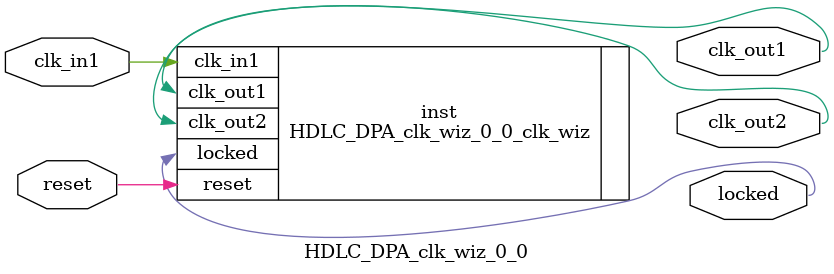
<source format=v>


`timescale 1ps/1ps

(* CORE_GENERATION_INFO = "HDLC_DPA_clk_wiz_0_0,clk_wiz_v5_4_3_0,{component_name=HDLC_DPA_clk_wiz_0_0,use_phase_alignment=true,use_min_o_jitter=false,use_max_i_jitter=false,use_dyn_phase_shift=false,use_inclk_switchover=false,use_dyn_reconfig=false,enable_axi=0,feedback_source=FDBK_AUTO,PRIMITIVE=MMCM,num_out_clk=2,clkin1_period=8.333,clkin2_period=10.000,use_power_down=false,use_reset=true,use_locked=true,use_inclk_stopped=false,feedback_type=SINGLE,CLOCK_MGR_TYPE=NA,manual_override=false}" *)

module HDLC_DPA_clk_wiz_0_0 
 (
  // Clock out ports
  output        clk_out1,
  output        clk_out2,
  // Status and control signals
  input         reset,
  output        locked,
 // Clock in ports
  input         clk_in1
 );

  HDLC_DPA_clk_wiz_0_0_clk_wiz inst
  (
  // Clock out ports  
  .clk_out1(clk_out1),
  .clk_out2(clk_out2),
  // Status and control signals               
  .reset(reset), 
  .locked(locked),
 // Clock in ports
  .clk_in1(clk_in1)
  );

endmodule

</source>
